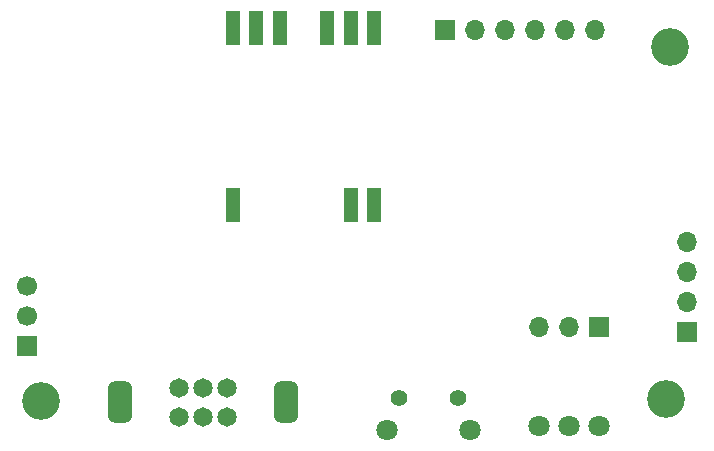
<source format=gbs>
%TF.GenerationSoftware,KiCad,Pcbnew,6.0.6-3a73a75311~116~ubuntu20.04.1*%
%TF.CreationDate,2022-07-24T13:39:07-06:00*%
%TF.ProjectId,fancy-node,66616e63-792d-46e6-9f64-652e6b696361,rev?*%
%TF.SameCoordinates,Original*%
%TF.FileFunction,Soldermask,Bot*%
%TF.FilePolarity,Negative*%
%FSLAX46Y46*%
G04 Gerber Fmt 4.6, Leading zero omitted, Abs format (unit mm)*
G04 Created by KiCad (PCBNEW 6.0.6-3a73a75311~116~ubuntu20.04.1) date 2022-07-24 13:39:07*
%MOMM*%
%LPD*%
G01*
G04 APERTURE LIST*
G04 Aperture macros list*
%AMRoundRect*
0 Rectangle with rounded corners*
0 $1 Rounding radius*
0 $2 $3 $4 $5 $6 $7 $8 $9 X,Y pos of 4 corners*
0 Add a 4 corners polygon primitive as box body*
4,1,4,$2,$3,$4,$5,$6,$7,$8,$9,$2,$3,0*
0 Add four circle primitives for the rounded corners*
1,1,$1+$1,$2,$3*
1,1,$1+$1,$4,$5*
1,1,$1+$1,$6,$7*
1,1,$1+$1,$8,$9*
0 Add four rect primitives between the rounded corners*
20,1,$1+$1,$2,$3,$4,$5,0*
20,1,$1+$1,$4,$5,$6,$7,0*
20,1,$1+$1,$6,$7,$8,$9,0*
20,1,$1+$1,$8,$9,$2,$3,0*%
G04 Aperture macros list end*
%ADD10C,1.650000*%
%ADD11RoundRect,0.500000X-0.500000X-1.250000X0.500000X-1.250000X0.500000X1.250000X-0.500000X1.250000X0*%
%ADD12C,1.800000*%
%ADD13C,3.200000*%
%ADD14R,1.700000X1.700000*%
%ADD15O,1.700000X1.700000*%
%ADD16C,1.408000*%
%ADD17C,1.700000*%
%ADD18R,1.198880X2.999740*%
G04 APERTURE END LIST*
D10*
%TO.C,SW4*%
X42000000Y-99350000D03*
X42000000Y-96850000D03*
X44000000Y-99350000D03*
X44000000Y-96850000D03*
X46000000Y-99350000D03*
X46000000Y-96850000D03*
D11*
X51050000Y-98100000D03*
X36950000Y-98100000D03*
%TD*%
D12*
%TO.C,H1*%
X75000000Y-100100000D03*
X77540000Y-100100000D03*
X72460000Y-100100000D03*
%TD*%
D13*
%TO.C,H4*%
X30300000Y-98000000D03*
%TD*%
D14*
%TO.C,J2*%
X64500000Y-66600000D03*
D15*
X67040000Y-66600000D03*
X69580000Y-66600000D03*
X72120000Y-66600000D03*
X74660000Y-66600000D03*
X77200000Y-66600000D03*
%TD*%
D13*
%TO.C,H2*%
X83200000Y-97800000D03*
%TD*%
%TO.C,H3*%
X83500000Y-68000000D03*
%TD*%
D14*
%TO.C,J3*%
X77525000Y-91725000D03*
D15*
X74985000Y-91725000D03*
X72445000Y-91725000D03*
%TD*%
D14*
%TO.C,J5*%
X85000000Y-92100000D03*
D15*
X85000000Y-89560000D03*
X85000000Y-87020000D03*
X85000000Y-84480000D03*
%TD*%
D16*
%TO.C,J1*%
X60600000Y-97700000D03*
X65600000Y-97700000D03*
D12*
X59600000Y-100400000D03*
X66600000Y-100400000D03*
%TD*%
D14*
%TO.C,J4*%
X29100000Y-93300000D03*
D17*
X29100000Y-90760000D03*
X29100000Y-88220000D03*
%TD*%
D18*
%TO.C,U5*%
X46500520Y-66401920D03*
X48502040Y-66401920D03*
X50501020Y-66401920D03*
X54498980Y-66401920D03*
X56497960Y-66401920D03*
X58499480Y-66401920D03*
X58499480Y-81398080D03*
X56497960Y-81398080D03*
X46500520Y-81398080D03*
%TD*%
M02*

</source>
